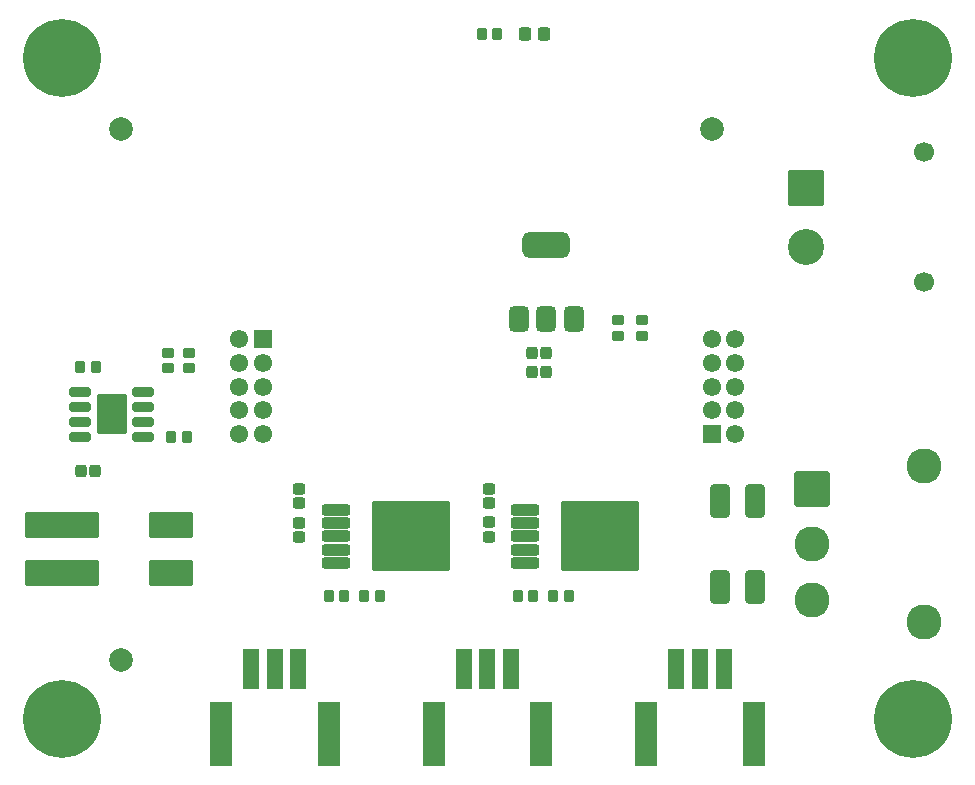
<source format=gbr>
%TF.GenerationSoftware,KiCad,Pcbnew,9.0.6*%
%TF.CreationDate,2026-01-04T20:51:54+00:00*%
%TF.ProjectId,COMET1_PWR_Board,434f4d45-5431-45f5-9057-525f426f6172,rev?*%
%TF.SameCoordinates,Original*%
%TF.FileFunction,Soldermask,Top*%
%TF.FilePolarity,Negative*%
%FSLAX46Y46*%
G04 Gerber Fmt 4.6, Leading zero omitted, Abs format (unit mm)*
G04 Created by KiCad (PCBNEW 9.0.6) date 2026-01-04 20:51:54*
%MOMM*%
%LPD*%
G01*
G04 APERTURE LIST*
G04 Aperture macros list*
%AMRoundRect*
0 Rectangle with rounded corners*
0 $1 Rounding radius*
0 $2 $3 $4 $5 $6 $7 $8 $9 X,Y pos of 4 corners*
0 Add a 4 corners polygon primitive as box body*
4,1,4,$2,$3,$4,$5,$6,$7,$8,$9,$2,$3,0*
0 Add four circle primitives for the rounded corners*
1,1,$1+$1,$2,$3*
1,1,$1+$1,$4,$5*
1,1,$1+$1,$6,$7*
1,1,$1+$1,$8,$9*
0 Add four rect primitives between the rounded corners*
20,1,$1+$1,$2,$3,$4,$5,0*
20,1,$1+$1,$4,$5,$6,$7,0*
20,1,$1+$1,$6,$7,$8,$9,0*
20,1,$1+$1,$8,$9,$2,$3,0*%
G04 Aperture macros list end*
%ADD10C,1.550000*%
%ADD11RoundRect,0.100000X-0.675000X0.675000X-0.675000X-0.675000X0.675000X-0.675000X0.675000X0.675000X0*%
%ADD12RoundRect,0.212500X-0.212500X-0.337500X0.212500X-0.337500X0.212500X0.337500X-0.212500X0.337500X0*%
%ADD13RoundRect,0.212500X0.337500X-0.212500X0.337500X0.212500X-0.337500X0.212500X-0.337500X-0.212500X0*%
%ADD14RoundRect,0.268750X-0.268750X-0.306250X0.268750X-0.306250X0.268750X0.306250X-0.268750X0.306250X0*%
%ADD15RoundRect,0.212500X0.212500X0.337500X-0.212500X0.337500X-0.212500X-0.337500X0.212500X-0.337500X0*%
%ADD16RoundRect,0.237500X0.237500X0.312500X-0.237500X0.312500X-0.237500X-0.312500X0.237500X-0.312500X0*%
%ADD17RoundRect,0.285088X0.527412X1.139912X-0.527412X1.139912X-0.527412X-1.139912X0.527412X-1.139912X0*%
%ADD18C,1.000000*%
%ADD19C,6.600000*%
%ADD20RoundRect,0.270833X1.029167X1.429167X-1.029167X1.429167X-1.029167X-1.429167X1.029167X-1.429167X0*%
%ADD21RoundRect,0.200000X0.700000X0.200000X-0.700000X0.200000X-0.700000X-0.200000X0.700000X-0.200000X0*%
%ADD22C,2.975000*%
%ADD23RoundRect,0.100000X1.387500X-1.387500X1.387500X1.387500X-1.387500X1.387500X-1.387500X-1.387500X0*%
%ADD24RoundRect,0.212500X-0.337500X0.212500X-0.337500X-0.212500X0.337500X-0.212500X0.337500X0.212500X0*%
%ADD25C,2.000000*%
%ADD26RoundRect,0.425000X0.425000X-0.675000X0.425000X0.675000X-0.425000X0.675000X-0.425000X-0.675000X0*%
%ADD27RoundRect,0.550000X1.450000X-0.550000X1.450000X0.550000X-1.450000X0.550000X-1.450000X-0.550000X0*%
%ADD28RoundRect,0.250000X-0.950000X-0.250000X0.950000X-0.250000X0.950000X0.250000X-0.950000X0.250000X0*%
%ADD29RoundRect,0.258618X-3.041382X-2.741382X3.041382X-2.741382X3.041382X2.741382X-3.041382X2.741382X0*%
%ADD30RoundRect,0.237500X0.312500X-0.237500X0.312500X0.237500X-0.312500X0.237500X-0.312500X-0.237500X0*%
%ADD31RoundRect,0.100000X1.750000X-1.000000X1.750000X1.000000X-1.750000X1.000000X-1.750000X-1.000000X0*%
%ADD32RoundRect,0.100000X3.000000X-1.000000X3.000000X1.000000X-3.000000X1.000000X-3.000000X-1.000000X0*%
%ADD33RoundRect,0.237500X-0.312500X0.237500X-0.312500X-0.237500X0.312500X-0.237500X0.312500X0.237500X0*%
%ADD34C,1.700000*%
%ADD35C,3.050000*%
%ADD36RoundRect,0.100000X-1.425000X1.425000X-1.425000X-1.425000X1.425000X-1.425000X1.425000X1.425000X0*%
%ADD37RoundRect,0.100000X-0.850000X-2.650000X0.850000X-2.650000X0.850000X2.650000X-0.850000X2.650000X0*%
%ADD38RoundRect,0.100000X-0.600000X-1.600000X0.600000X-1.600000X0.600000X1.600000X-0.600000X1.600000X0*%
%ADD39RoundRect,0.237500X-0.237500X-0.312500X0.237500X-0.312500X0.237500X0.312500X-0.237500X0.312500X0*%
%ADD40RoundRect,0.100000X0.675000X-0.675000X0.675000X0.675000X-0.675000X0.675000X-0.675000X-0.675000X0*%
%ADD41RoundRect,0.285088X-0.527412X-1.139912X0.527412X-1.139912X0.527412X1.139912X-0.527412X1.139912X0*%
G04 APERTURE END LIST*
D10*
%TO.C,J6*%
X168500000Y-100850000D03*
X166500000Y-100850000D03*
X168500000Y-102850000D03*
X166500000Y-102850000D03*
X168500000Y-104850000D03*
X166500000Y-104850000D03*
X168500000Y-106850000D03*
X166500000Y-106850000D03*
X168500000Y-108850000D03*
D11*
X166500000Y-108850000D03*
%TD*%
D12*
%TO.C,R9*%
X154390000Y-122540000D03*
X153090000Y-122540000D03*
%TD*%
D13*
%TO.C,R11*%
X120450000Y-101975000D03*
X120450000Y-103275000D03*
%TD*%
%TO.C,R10*%
X122250000Y-101975000D03*
X122250000Y-103275000D03*
%TD*%
D14*
%TO.C,LED1*%
X152290000Y-75000000D03*
X150715000Y-75000000D03*
%TD*%
D15*
%TO.C,R3*%
X147035000Y-75000000D03*
X148335000Y-75000000D03*
%TD*%
D16*
%TO.C,C3*%
X113100000Y-112000000D03*
X114300000Y-112000000D03*
%TD*%
D17*
%TO.C,F2*%
X167212500Y-121800000D03*
X170187500Y-121800000D03*
%TD*%
D18*
%TO.C,MH3*%
X185900000Y-77000000D03*
X185197056Y-78697056D03*
X185197056Y-75302944D03*
X183500000Y-79400000D03*
D19*
X183500000Y-77000000D03*
D18*
X183500000Y-74600000D03*
X181802944Y-78697056D03*
X181802944Y-75302944D03*
X181100000Y-77000000D03*
%TD*%
D20*
%TO.C,U2*%
X115700000Y-107200000D03*
D21*
X113050000Y-109105000D03*
X113050000Y-107835000D03*
X113050000Y-106565000D03*
X113050000Y-105295000D03*
X118350000Y-105295000D03*
X118350000Y-106565000D03*
X118350000Y-107835000D03*
X118350000Y-109105000D03*
%TD*%
D22*
%TO.C,S1*%
X184499000Y-124805500D03*
X184499000Y-111595500D03*
X174969000Y-122900500D03*
X174969000Y-118200500D03*
D23*
X174969000Y-113500500D03*
%TD*%
D24*
%TO.C,R2*%
X160600000Y-100550000D03*
X160600000Y-99250000D03*
%TD*%
D25*
%TO.C,FID1*%
X116500000Y-83000000D03*
%TD*%
D26*
%TO.C,U1*%
X154800000Y-99150000D03*
D27*
X152500000Y-92850000D03*
D26*
X152500000Y-99150000D03*
X150200000Y-99150000D03*
%TD*%
D28*
%TO.C,U3*%
X134700000Y-119820000D03*
X134700000Y-118680000D03*
D29*
X141000000Y-117540000D03*
D28*
X134700000Y-117540000D03*
X134700000Y-116400000D03*
X134700000Y-115260000D03*
%TD*%
D30*
%TO.C,C7*%
X147600000Y-116350000D03*
X147600000Y-117550000D03*
%TD*%
D31*
%TO.C,J2*%
X120725000Y-120600000D03*
D32*
X111475000Y-120600000D03*
D31*
X120725000Y-116600000D03*
D32*
X111475000Y-116600000D03*
%TD*%
D33*
%TO.C,C4*%
X131550000Y-114700000D03*
X131550000Y-113500000D03*
%TD*%
D18*
%TO.C,MH2*%
X113900000Y-133000000D03*
X113197056Y-134697056D03*
X113197056Y-131302944D03*
X111500000Y-135400000D03*
D19*
X111500000Y-133000000D03*
D18*
X111500000Y-130600000D03*
X109802944Y-134697056D03*
X109802944Y-131302944D03*
X109100000Y-133000000D03*
%TD*%
D30*
%TO.C,C6*%
X131550000Y-116400000D03*
X131550000Y-117600000D03*
%TD*%
D34*
%TO.C,J1*%
X184500000Y-96000000D03*
X184500000Y-85000000D03*
D35*
X174500000Y-93000000D03*
D36*
X174500000Y-88000000D03*
%TD*%
D37*
%TO.C,J5*%
X170050000Y-134250000D03*
X160950000Y-134250000D03*
D38*
X167500000Y-128770000D03*
X165500000Y-128770000D03*
X163500000Y-128770000D03*
%TD*%
D39*
%TO.C,C1*%
X152500000Y-103600000D03*
X151300000Y-103600000D03*
%TD*%
D15*
%TO.C,R5*%
X120750000Y-109100000D03*
X122050000Y-109100000D03*
%TD*%
D12*
%TO.C,R6*%
X135390000Y-122540000D03*
X134090000Y-122540000D03*
%TD*%
D18*
%TO.C,MH4*%
X185900000Y-133000000D03*
X185197056Y-134697056D03*
X185197056Y-131302944D03*
X183500000Y-135400000D03*
D19*
X183500000Y-133000000D03*
D18*
X183500000Y-130600000D03*
X181802944Y-134697056D03*
X181802944Y-131302944D03*
X181100000Y-133000000D03*
%TD*%
D12*
%TO.C,R7*%
X138390000Y-122540000D03*
X137090000Y-122540000D03*
%TD*%
D25*
%TO.C,FID2*%
X166500000Y-83000000D03*
%TD*%
D12*
%TO.C,R12*%
X114350000Y-103200000D03*
X113050000Y-103200000D03*
%TD*%
D28*
%TO.C,U4*%
X150700000Y-119820000D03*
X150700000Y-118680000D03*
D29*
X157000000Y-117540000D03*
D28*
X150700000Y-117540000D03*
X150700000Y-116400000D03*
X150700000Y-115260000D03*
%TD*%
D25*
%TO.C,FID3*%
X116500000Y-128000000D03*
%TD*%
D10*
%TO.C,J7*%
X126500000Y-108850000D03*
X128500000Y-108850000D03*
X126500000Y-106850000D03*
X128500000Y-106850000D03*
X126500000Y-104850000D03*
X128500000Y-104850000D03*
X126500000Y-102850000D03*
X128500000Y-102850000D03*
X126500000Y-100850000D03*
D40*
X128500000Y-100850000D03*
%TD*%
D37*
%TO.C,J4*%
X152050000Y-134250000D03*
X142950000Y-134250000D03*
D38*
X149500000Y-128770000D03*
X147500000Y-128770000D03*
X145500000Y-128770000D03*
%TD*%
D37*
%TO.C,J3*%
X134050000Y-134250000D03*
X124950000Y-134250000D03*
D38*
X131500000Y-128770000D03*
X129500000Y-128770000D03*
X127500000Y-128770000D03*
%TD*%
D13*
%TO.C,R1*%
X158600000Y-99250000D03*
X158600000Y-100550000D03*
%TD*%
D16*
%TO.C,C2*%
X151300000Y-102000000D03*
X152500000Y-102000000D03*
%TD*%
D18*
%TO.C,MH1*%
X113900000Y-77000000D03*
X113197056Y-78697056D03*
X113197056Y-75302944D03*
X111500000Y-79400000D03*
D19*
X111500000Y-77000000D03*
D18*
X111500000Y-74600000D03*
X109802944Y-78697056D03*
X109802944Y-75302944D03*
X109100000Y-77000000D03*
%TD*%
D12*
%TO.C,R8*%
X151390000Y-122540000D03*
X150090000Y-122540000D03*
%TD*%
D41*
%TO.C,F1*%
X170187500Y-114500000D03*
X167212500Y-114500000D03*
%TD*%
D33*
%TO.C,C5*%
X147600000Y-114700000D03*
X147600000Y-113500000D03*
%TD*%
M02*

</source>
